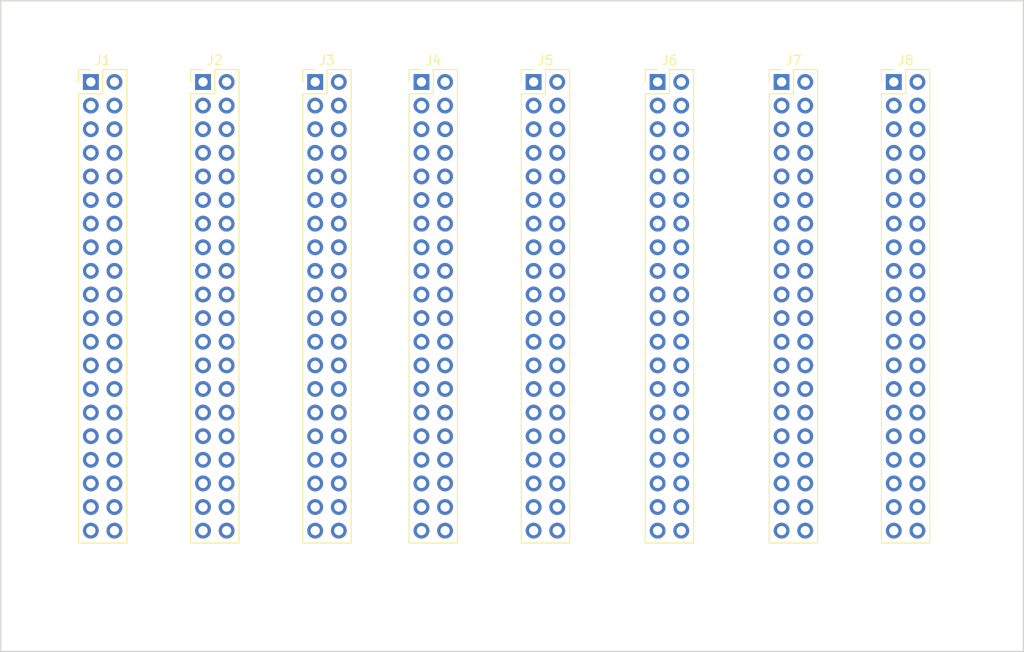
<source format=kicad_pcb>
(kicad_pcb (version 20171130) (host pcbnew "(5.0.1)-3")

  (general
    (thickness 1.6)
    (drawings 4)
    (tracks 0)
    (zones 0)
    (modules 8)
    (nets 41)
  )

  (page A4)
  (layers
    (0 F.Cu signal)
    (31 B.Cu signal)
    (32 B.Adhes user)
    (33 F.Adhes user)
    (34 B.Paste user)
    (35 F.Paste user)
    (36 B.SilkS user)
    (37 F.SilkS user)
    (38 B.Mask user)
    (39 F.Mask user)
    (40 Dwgs.User user)
    (41 Cmts.User user)
    (42 Eco1.User user)
    (43 Eco2.User user)
    (44 Edge.Cuts user)
    (45 Margin user)
    (46 B.CrtYd user)
    (47 F.CrtYd user)
    (48 B.Fab user)
    (49 F.Fab user)
  )

  (setup
    (last_trace_width 0.25)
    (trace_clearance 0.2)
    (zone_clearance 0.508)
    (zone_45_only no)
    (trace_min 0.2)
    (segment_width 0.2)
    (edge_width 0.15)
    (via_size 0.8)
    (via_drill 0.4)
    (via_min_size 0.4)
    (via_min_drill 0.3)
    (uvia_size 0.3)
    (uvia_drill 0.1)
    (uvias_allowed no)
    (uvia_min_size 0.2)
    (uvia_min_drill 0.1)
    (pcb_text_width 0.3)
    (pcb_text_size 1.5 1.5)
    (mod_edge_width 0.15)
    (mod_text_size 1 1)
    (mod_text_width 0.15)
    (pad_size 1.524 1.524)
    (pad_drill 0.762)
    (pad_to_mask_clearance 0.051)
    (solder_mask_min_width 0.25)
    (aux_axis_origin 0 0)
    (visible_elements FFFFFF7F)
    (pcbplotparams
      (layerselection 0x010fc_ffffffff)
      (usegerberextensions false)
      (usegerberattributes false)
      (usegerberadvancedattributes false)
      (creategerberjobfile false)
      (excludeedgelayer true)
      (linewidth 0.100000)
      (plotframeref false)
      (viasonmask false)
      (mode 1)
      (useauxorigin false)
      (hpglpennumber 1)
      (hpglpenspeed 20)
      (hpglpendiameter 15.000000)
      (psnegative false)
      (psa4output false)
      (plotreference true)
      (plotvalue true)
      (plotinvisibletext false)
      (padsonsilk false)
      (subtractmaskfromsilk false)
      (outputformat 1)
      (mirror false)
      (drillshape 1)
      (scaleselection 1)
      (outputdirectory ""))
  )

  (net 0 "")
  (net 1 39)
  (net 2 19)
  (net 3 38)
  (net 4 18)
  (net 5 37)
  (net 6 17)
  (net 7 36)
  (net 8 16)
  (net 9 35)
  (net 10 15)
  (net 11 34)
  (net 12 14)
  (net 13 33)
  (net 14 13)
  (net 15 32)
  (net 16 12)
  (net 17 31)
  (net 18 11)
  (net 19 30)
  (net 20 10)
  (net 21 29)
  (net 22 9)
  (net 23 28)
  (net 24 8)
  (net 25 27)
  (net 26 7)
  (net 27 26)
  (net 28 6)
  (net 29 25)
  (net 30 5)
  (net 31 24)
  (net 32 4)
  (net 33 23)
  (net 34 3)
  (net 35 22)
  (net 36 2)
  (net 37 21)
  (net 38 1)
  (net 39 20)
  (net 40 40)

  (net_class Default "This is the default net class."
    (clearance 0.2)
    (trace_width 0.25)
    (via_dia 0.8)
    (via_drill 0.4)
    (uvia_dia 0.3)
    (uvia_drill 0.1)
    (add_net 1)
    (add_net 10)
    (add_net 11)
    (add_net 12)
    (add_net 13)
    (add_net 14)
    (add_net 15)
    (add_net 16)
    (add_net 17)
    (add_net 18)
    (add_net 19)
    (add_net 2)
    (add_net 20)
    (add_net 21)
    (add_net 22)
    (add_net 23)
    (add_net 24)
    (add_net 25)
    (add_net 26)
    (add_net 27)
    (add_net 28)
    (add_net 29)
    (add_net 3)
    (add_net 30)
    (add_net 31)
    (add_net 32)
    (add_net 33)
    (add_net 34)
    (add_net 35)
    (add_net 36)
    (add_net 37)
    (add_net 38)
    (add_net 39)
    (add_net 4)
    (add_net 40)
    (add_net 5)
    (add_net 6)
    (add_net 7)
    (add_net 8)
    (add_net 9)
  )

  (module Pin_Headers:Pin_Header_Straight_2x20_Pitch2.54mm (layer F.Cu) (tedit 59650533) (tstamp 5D164B1F)
    (at 99.695 78.74)
    (descr "Through hole straight pin header, 2x20, 2.54mm pitch, double rows")
    (tags "Through hole pin header THT 2x20 2.54mm double row")
    (path /5D16376B)
    (fp_text reference J1 (at 1.27 -2.33) (layer F.SilkS)
      (effects (font (size 1 1) (thickness 0.15)))
    )
    (fp_text value Conn_02x20_Odd_Even (at 1.27 50.59) (layer F.Fab)
      (effects (font (size 1 1) (thickness 0.15)))
    )
    (fp_text user %R (at 1.27 24.13 90) (layer F.Fab)
      (effects (font (size 1 1) (thickness 0.15)))
    )
    (fp_line (start 4.35 -1.8) (end -1.8 -1.8) (layer F.CrtYd) (width 0.05))
    (fp_line (start 4.35 50.05) (end 4.35 -1.8) (layer F.CrtYd) (width 0.05))
    (fp_line (start -1.8 50.05) (end 4.35 50.05) (layer F.CrtYd) (width 0.05))
    (fp_line (start -1.8 -1.8) (end -1.8 50.05) (layer F.CrtYd) (width 0.05))
    (fp_line (start -1.33 -1.33) (end 0 -1.33) (layer F.SilkS) (width 0.12))
    (fp_line (start -1.33 0) (end -1.33 -1.33) (layer F.SilkS) (width 0.12))
    (fp_line (start 1.27 -1.33) (end 3.87 -1.33) (layer F.SilkS) (width 0.12))
    (fp_line (start 1.27 1.27) (end 1.27 -1.33) (layer F.SilkS) (width 0.12))
    (fp_line (start -1.33 1.27) (end 1.27 1.27) (layer F.SilkS) (width 0.12))
    (fp_line (start 3.87 -1.33) (end 3.87 49.59) (layer F.SilkS) (width 0.12))
    (fp_line (start -1.33 1.27) (end -1.33 49.59) (layer F.SilkS) (width 0.12))
    (fp_line (start -1.33 49.59) (end 3.87 49.59) (layer F.SilkS) (width 0.12))
    (fp_line (start -1.27 0) (end 0 -1.27) (layer F.Fab) (width 0.1))
    (fp_line (start -1.27 49.53) (end -1.27 0) (layer F.Fab) (width 0.1))
    (fp_line (start 3.81 49.53) (end -1.27 49.53) (layer F.Fab) (width 0.1))
    (fp_line (start 3.81 -1.27) (end 3.81 49.53) (layer F.Fab) (width 0.1))
    (fp_line (start 0 -1.27) (end 3.81 -1.27) (layer F.Fab) (width 0.1))
    (pad 40 thru_hole oval (at 2.54 48.26) (size 1.7 1.7) (drill 1) (layers *.Cu *.Mask)
      (net 1 39))
    (pad 39 thru_hole oval (at 0 48.26) (size 1.7 1.7) (drill 1) (layers *.Cu *.Mask)
      (net 2 19))
    (pad 38 thru_hole oval (at 2.54 45.72) (size 1.7 1.7) (drill 1) (layers *.Cu *.Mask)
      (net 3 38))
    (pad 37 thru_hole oval (at 0 45.72) (size 1.7 1.7) (drill 1) (layers *.Cu *.Mask)
      (net 4 18))
    (pad 36 thru_hole oval (at 2.54 43.18) (size 1.7 1.7) (drill 1) (layers *.Cu *.Mask)
      (net 5 37))
    (pad 35 thru_hole oval (at 0 43.18) (size 1.7 1.7) (drill 1) (layers *.Cu *.Mask)
      (net 6 17))
    (pad 34 thru_hole oval (at 2.54 40.64) (size 1.7 1.7) (drill 1) (layers *.Cu *.Mask)
      (net 7 36))
    (pad 33 thru_hole oval (at 0 40.64) (size 1.7 1.7) (drill 1) (layers *.Cu *.Mask)
      (net 8 16))
    (pad 32 thru_hole oval (at 2.54 38.1) (size 1.7 1.7) (drill 1) (layers *.Cu *.Mask)
      (net 9 35))
    (pad 31 thru_hole oval (at 0 38.1) (size 1.7 1.7) (drill 1) (layers *.Cu *.Mask)
      (net 10 15))
    (pad 30 thru_hole oval (at 2.54 35.56) (size 1.7 1.7) (drill 1) (layers *.Cu *.Mask)
      (net 11 34))
    (pad 29 thru_hole oval (at 0 35.56) (size 1.7 1.7) (drill 1) (layers *.Cu *.Mask)
      (net 12 14))
    (pad 28 thru_hole oval (at 2.54 33.02) (size 1.7 1.7) (drill 1) (layers *.Cu *.Mask)
      (net 13 33))
    (pad 27 thru_hole oval (at 0 33.02) (size 1.7 1.7) (drill 1) (layers *.Cu *.Mask)
      (net 14 13))
    (pad 26 thru_hole oval (at 2.54 30.48) (size 1.7 1.7) (drill 1) (layers *.Cu *.Mask)
      (net 15 32))
    (pad 25 thru_hole oval (at 0 30.48) (size 1.7 1.7) (drill 1) (layers *.Cu *.Mask)
      (net 16 12))
    (pad 24 thru_hole oval (at 2.54 27.94) (size 1.7 1.7) (drill 1) (layers *.Cu *.Mask)
      (net 17 31))
    (pad 23 thru_hole oval (at 0 27.94) (size 1.7 1.7) (drill 1) (layers *.Cu *.Mask)
      (net 18 11))
    (pad 22 thru_hole oval (at 2.54 25.4) (size 1.7 1.7) (drill 1) (layers *.Cu *.Mask)
      (net 19 30))
    (pad 21 thru_hole oval (at 0 25.4) (size 1.7 1.7) (drill 1) (layers *.Cu *.Mask)
      (net 20 10))
    (pad 20 thru_hole oval (at 2.54 22.86) (size 1.7 1.7) (drill 1) (layers *.Cu *.Mask)
      (net 21 29))
    (pad 19 thru_hole oval (at 0 22.86) (size 1.7 1.7) (drill 1) (layers *.Cu *.Mask)
      (net 22 9))
    (pad 18 thru_hole oval (at 2.54 20.32) (size 1.7 1.7) (drill 1) (layers *.Cu *.Mask)
      (net 23 28))
    (pad 17 thru_hole oval (at 0 20.32) (size 1.7 1.7) (drill 1) (layers *.Cu *.Mask)
      (net 24 8))
    (pad 16 thru_hole oval (at 2.54 17.78) (size 1.7 1.7) (drill 1) (layers *.Cu *.Mask)
      (net 25 27))
    (pad 15 thru_hole oval (at 0 17.78) (size 1.7 1.7) (drill 1) (layers *.Cu *.Mask)
      (net 26 7))
    (pad 14 thru_hole oval (at 2.54 15.24) (size 1.7 1.7) (drill 1) (layers *.Cu *.Mask)
      (net 27 26))
    (pad 13 thru_hole oval (at 0 15.24) (size 1.7 1.7) (drill 1) (layers *.Cu *.Mask)
      (net 28 6))
    (pad 12 thru_hole oval (at 2.54 12.7) (size 1.7 1.7) (drill 1) (layers *.Cu *.Mask)
      (net 29 25))
    (pad 11 thru_hole oval (at 0 12.7) (size 1.7 1.7) (drill 1) (layers *.Cu *.Mask)
      (net 30 5))
    (pad 10 thru_hole oval (at 2.54 10.16) (size 1.7 1.7) (drill 1) (layers *.Cu *.Mask)
      (net 31 24))
    (pad 9 thru_hole oval (at 0 10.16) (size 1.7 1.7) (drill 1) (layers *.Cu *.Mask)
      (net 32 4))
    (pad 8 thru_hole oval (at 2.54 7.62) (size 1.7 1.7) (drill 1) (layers *.Cu *.Mask)
      (net 33 23))
    (pad 7 thru_hole oval (at 0 7.62) (size 1.7 1.7) (drill 1) (layers *.Cu *.Mask)
      (net 34 3))
    (pad 6 thru_hole oval (at 2.54 5.08) (size 1.7 1.7) (drill 1) (layers *.Cu *.Mask)
      (net 35 22))
    (pad 5 thru_hole oval (at 0 5.08) (size 1.7 1.7) (drill 1) (layers *.Cu *.Mask)
      (net 36 2))
    (pad 4 thru_hole oval (at 2.54 2.54) (size 1.7 1.7) (drill 1) (layers *.Cu *.Mask)
      (net 37 21))
    (pad 3 thru_hole oval (at 0 2.54) (size 1.7 1.7) (drill 1) (layers *.Cu *.Mask)
      (net 38 1))
    (pad 2 thru_hole oval (at 2.54 0) (size 1.7 1.7) (drill 1) (layers *.Cu *.Mask)
      (net 39 20))
    (pad 1 thru_hole rect (at 0 0) (size 1.7 1.7) (drill 1) (layers *.Cu *.Mask)
      (net 40 40))
    (model ${KISYS3DMOD}/Pin_Headers.3dshapes/Pin_Header_Straight_2x20_Pitch2.54mm.wrl
      (at (xyz 0 0 0))
      (scale (xyz 1 1 1))
      (rotate (xyz 0 0 0))
    )
  )

  (module Pin_Headers:Pin_Header_Straight_2x20_Pitch2.54mm (layer F.Cu) (tedit 59650533) (tstamp 5D163DD2)
    (at 111.76 78.74)
    (descr "Through hole straight pin header, 2x20, 2.54mm pitch, double rows")
    (tags "Through hole pin header THT 2x20 2.54mm double row")
    (path /5D163D65)
    (fp_text reference J2 (at 1.27 -2.33) (layer F.SilkS)
      (effects (font (size 1 1) (thickness 0.15)))
    )
    (fp_text value Conn_02x20_Odd_Even (at 1.27 50.59) (layer F.Fab)
      (effects (font (size 1 1) (thickness 0.15)))
    )
    (fp_text user %R (at 1.27 24.13 90) (layer F.Fab)
      (effects (font (size 1 1) (thickness 0.15)))
    )
    (fp_line (start 4.35 -1.8) (end -1.8 -1.8) (layer F.CrtYd) (width 0.05))
    (fp_line (start 4.35 50.05) (end 4.35 -1.8) (layer F.CrtYd) (width 0.05))
    (fp_line (start -1.8 50.05) (end 4.35 50.05) (layer F.CrtYd) (width 0.05))
    (fp_line (start -1.8 -1.8) (end -1.8 50.05) (layer F.CrtYd) (width 0.05))
    (fp_line (start -1.33 -1.33) (end 0 -1.33) (layer F.SilkS) (width 0.12))
    (fp_line (start -1.33 0) (end -1.33 -1.33) (layer F.SilkS) (width 0.12))
    (fp_line (start 1.27 -1.33) (end 3.87 -1.33) (layer F.SilkS) (width 0.12))
    (fp_line (start 1.27 1.27) (end 1.27 -1.33) (layer F.SilkS) (width 0.12))
    (fp_line (start -1.33 1.27) (end 1.27 1.27) (layer F.SilkS) (width 0.12))
    (fp_line (start 3.87 -1.33) (end 3.87 49.59) (layer F.SilkS) (width 0.12))
    (fp_line (start -1.33 1.27) (end -1.33 49.59) (layer F.SilkS) (width 0.12))
    (fp_line (start -1.33 49.59) (end 3.87 49.59) (layer F.SilkS) (width 0.12))
    (fp_line (start -1.27 0) (end 0 -1.27) (layer F.Fab) (width 0.1))
    (fp_line (start -1.27 49.53) (end -1.27 0) (layer F.Fab) (width 0.1))
    (fp_line (start 3.81 49.53) (end -1.27 49.53) (layer F.Fab) (width 0.1))
    (fp_line (start 3.81 -1.27) (end 3.81 49.53) (layer F.Fab) (width 0.1))
    (fp_line (start 0 -1.27) (end 3.81 -1.27) (layer F.Fab) (width 0.1))
    (pad 40 thru_hole oval (at 2.54 48.26) (size 1.7 1.7) (drill 1) (layers *.Cu *.Mask)
      (net 1 39))
    (pad 39 thru_hole oval (at 0 48.26) (size 1.7 1.7) (drill 1) (layers *.Cu *.Mask)
      (net 2 19))
    (pad 38 thru_hole oval (at 2.54 45.72) (size 1.7 1.7) (drill 1) (layers *.Cu *.Mask)
      (net 3 38))
    (pad 37 thru_hole oval (at 0 45.72) (size 1.7 1.7) (drill 1) (layers *.Cu *.Mask)
      (net 4 18))
    (pad 36 thru_hole oval (at 2.54 43.18) (size 1.7 1.7) (drill 1) (layers *.Cu *.Mask)
      (net 5 37))
    (pad 35 thru_hole oval (at 0 43.18) (size 1.7 1.7) (drill 1) (layers *.Cu *.Mask)
      (net 6 17))
    (pad 34 thru_hole oval (at 2.54 40.64) (size 1.7 1.7) (drill 1) (layers *.Cu *.Mask)
      (net 7 36))
    (pad 33 thru_hole oval (at 0 40.64) (size 1.7 1.7) (drill 1) (layers *.Cu *.Mask)
      (net 8 16))
    (pad 32 thru_hole oval (at 2.54 38.1) (size 1.7 1.7) (drill 1) (layers *.Cu *.Mask)
      (net 9 35))
    (pad 31 thru_hole oval (at 0 38.1) (size 1.7 1.7) (drill 1) (layers *.Cu *.Mask)
      (net 10 15))
    (pad 30 thru_hole oval (at 2.54 35.56) (size 1.7 1.7) (drill 1) (layers *.Cu *.Mask)
      (net 11 34))
    (pad 29 thru_hole oval (at 0 35.56) (size 1.7 1.7) (drill 1) (layers *.Cu *.Mask)
      (net 12 14))
    (pad 28 thru_hole oval (at 2.54 33.02) (size 1.7 1.7) (drill 1) (layers *.Cu *.Mask)
      (net 13 33))
    (pad 27 thru_hole oval (at 0 33.02) (size 1.7 1.7) (drill 1) (layers *.Cu *.Mask)
      (net 14 13))
    (pad 26 thru_hole oval (at 2.54 30.48) (size 1.7 1.7) (drill 1) (layers *.Cu *.Mask)
      (net 15 32))
    (pad 25 thru_hole oval (at 0 30.48) (size 1.7 1.7) (drill 1) (layers *.Cu *.Mask)
      (net 16 12))
    (pad 24 thru_hole oval (at 2.54 27.94) (size 1.7 1.7) (drill 1) (layers *.Cu *.Mask)
      (net 17 31))
    (pad 23 thru_hole oval (at 0 27.94) (size 1.7 1.7) (drill 1) (layers *.Cu *.Mask)
      (net 18 11))
    (pad 22 thru_hole oval (at 2.54 25.4) (size 1.7 1.7) (drill 1) (layers *.Cu *.Mask)
      (net 19 30))
    (pad 21 thru_hole oval (at 0 25.4) (size 1.7 1.7) (drill 1) (layers *.Cu *.Mask)
      (net 20 10))
    (pad 20 thru_hole oval (at 2.54 22.86) (size 1.7 1.7) (drill 1) (layers *.Cu *.Mask)
      (net 21 29))
    (pad 19 thru_hole oval (at 0 22.86) (size 1.7 1.7) (drill 1) (layers *.Cu *.Mask)
      (net 22 9))
    (pad 18 thru_hole oval (at 2.54 20.32) (size 1.7 1.7) (drill 1) (layers *.Cu *.Mask)
      (net 23 28))
    (pad 17 thru_hole oval (at 0 20.32) (size 1.7 1.7) (drill 1) (layers *.Cu *.Mask)
      (net 24 8))
    (pad 16 thru_hole oval (at 2.54 17.78) (size 1.7 1.7) (drill 1) (layers *.Cu *.Mask)
      (net 25 27))
    (pad 15 thru_hole oval (at 0 17.78) (size 1.7 1.7) (drill 1) (layers *.Cu *.Mask)
      (net 26 7))
    (pad 14 thru_hole oval (at 2.54 15.24) (size 1.7 1.7) (drill 1) (layers *.Cu *.Mask)
      (net 27 26))
    (pad 13 thru_hole oval (at 0 15.24) (size 1.7 1.7) (drill 1) (layers *.Cu *.Mask)
      (net 28 6))
    (pad 12 thru_hole oval (at 2.54 12.7) (size 1.7 1.7) (drill 1) (layers *.Cu *.Mask)
      (net 29 25))
    (pad 11 thru_hole oval (at 0 12.7) (size 1.7 1.7) (drill 1) (layers *.Cu *.Mask)
      (net 30 5))
    (pad 10 thru_hole oval (at 2.54 10.16) (size 1.7 1.7) (drill 1) (layers *.Cu *.Mask)
      (net 31 24))
    (pad 9 thru_hole oval (at 0 10.16) (size 1.7 1.7) (drill 1) (layers *.Cu *.Mask)
      (net 32 4))
    (pad 8 thru_hole oval (at 2.54 7.62) (size 1.7 1.7) (drill 1) (layers *.Cu *.Mask)
      (net 33 23))
    (pad 7 thru_hole oval (at 0 7.62) (size 1.7 1.7) (drill 1) (layers *.Cu *.Mask)
      (net 34 3))
    (pad 6 thru_hole oval (at 2.54 5.08) (size 1.7 1.7) (drill 1) (layers *.Cu *.Mask)
      (net 35 22))
    (pad 5 thru_hole oval (at 0 5.08) (size 1.7 1.7) (drill 1) (layers *.Cu *.Mask)
      (net 36 2))
    (pad 4 thru_hole oval (at 2.54 2.54) (size 1.7 1.7) (drill 1) (layers *.Cu *.Mask)
      (net 37 21))
    (pad 3 thru_hole oval (at 0 2.54) (size 1.7 1.7) (drill 1) (layers *.Cu *.Mask)
      (net 38 1))
    (pad 2 thru_hole oval (at 2.54 0) (size 1.7 1.7) (drill 1) (layers *.Cu *.Mask)
      (net 39 20))
    (pad 1 thru_hole rect (at 0 0) (size 1.7 1.7) (drill 1) (layers *.Cu *.Mask)
      (net 40 40))
    (model ${KISYS3DMOD}/Pin_Headers.3dshapes/Pin_Header_Straight_2x20_Pitch2.54mm.wrl
      (at (xyz 0 0 0))
      (scale (xyz 1 1 1))
      (rotate (xyz 0 0 0))
    )
  )

  (module Pin_Headers:Pin_Header_Straight_2x20_Pitch2.54mm (layer F.Cu) (tedit 59650533) (tstamp 5D163E10)
    (at 123.825 78.74)
    (descr "Through hole straight pin header, 2x20, 2.54mm pitch, double rows")
    (tags "Through hole pin header THT 2x20 2.54mm double row")
    (path /5D163C59)
    (fp_text reference J3 (at 1.27 -2.33) (layer F.SilkS)
      (effects (font (size 1 1) (thickness 0.15)))
    )
    (fp_text value Conn_02x20_Odd_Even (at 1.27 50.59) (layer F.Fab)
      (effects (font (size 1 1) (thickness 0.15)))
    )
    (fp_line (start 0 -1.27) (end 3.81 -1.27) (layer F.Fab) (width 0.1))
    (fp_line (start 3.81 -1.27) (end 3.81 49.53) (layer F.Fab) (width 0.1))
    (fp_line (start 3.81 49.53) (end -1.27 49.53) (layer F.Fab) (width 0.1))
    (fp_line (start -1.27 49.53) (end -1.27 0) (layer F.Fab) (width 0.1))
    (fp_line (start -1.27 0) (end 0 -1.27) (layer F.Fab) (width 0.1))
    (fp_line (start -1.33 49.59) (end 3.87 49.59) (layer F.SilkS) (width 0.12))
    (fp_line (start -1.33 1.27) (end -1.33 49.59) (layer F.SilkS) (width 0.12))
    (fp_line (start 3.87 -1.33) (end 3.87 49.59) (layer F.SilkS) (width 0.12))
    (fp_line (start -1.33 1.27) (end 1.27 1.27) (layer F.SilkS) (width 0.12))
    (fp_line (start 1.27 1.27) (end 1.27 -1.33) (layer F.SilkS) (width 0.12))
    (fp_line (start 1.27 -1.33) (end 3.87 -1.33) (layer F.SilkS) (width 0.12))
    (fp_line (start -1.33 0) (end -1.33 -1.33) (layer F.SilkS) (width 0.12))
    (fp_line (start -1.33 -1.33) (end 0 -1.33) (layer F.SilkS) (width 0.12))
    (fp_line (start -1.8 -1.8) (end -1.8 50.05) (layer F.CrtYd) (width 0.05))
    (fp_line (start -1.8 50.05) (end 4.35 50.05) (layer F.CrtYd) (width 0.05))
    (fp_line (start 4.35 50.05) (end 4.35 -1.8) (layer F.CrtYd) (width 0.05))
    (fp_line (start 4.35 -1.8) (end -1.8 -1.8) (layer F.CrtYd) (width 0.05))
    (fp_text user %R (at 1.27 24.13 90) (layer F.Fab)
      (effects (font (size 1 1) (thickness 0.15)))
    )
    (pad 1 thru_hole rect (at 0 0) (size 1.7 1.7) (drill 1) (layers *.Cu *.Mask)
      (net 40 40))
    (pad 2 thru_hole oval (at 2.54 0) (size 1.7 1.7) (drill 1) (layers *.Cu *.Mask)
      (net 39 20))
    (pad 3 thru_hole oval (at 0 2.54) (size 1.7 1.7) (drill 1) (layers *.Cu *.Mask)
      (net 38 1))
    (pad 4 thru_hole oval (at 2.54 2.54) (size 1.7 1.7) (drill 1) (layers *.Cu *.Mask)
      (net 37 21))
    (pad 5 thru_hole oval (at 0 5.08) (size 1.7 1.7) (drill 1) (layers *.Cu *.Mask)
      (net 36 2))
    (pad 6 thru_hole oval (at 2.54 5.08) (size 1.7 1.7) (drill 1) (layers *.Cu *.Mask)
      (net 35 22))
    (pad 7 thru_hole oval (at 0 7.62) (size 1.7 1.7) (drill 1) (layers *.Cu *.Mask)
      (net 34 3))
    (pad 8 thru_hole oval (at 2.54 7.62) (size 1.7 1.7) (drill 1) (layers *.Cu *.Mask)
      (net 33 23))
    (pad 9 thru_hole oval (at 0 10.16) (size 1.7 1.7) (drill 1) (layers *.Cu *.Mask)
      (net 32 4))
    (pad 10 thru_hole oval (at 2.54 10.16) (size 1.7 1.7) (drill 1) (layers *.Cu *.Mask)
      (net 31 24))
    (pad 11 thru_hole oval (at 0 12.7) (size 1.7 1.7) (drill 1) (layers *.Cu *.Mask)
      (net 30 5))
    (pad 12 thru_hole oval (at 2.54 12.7) (size 1.7 1.7) (drill 1) (layers *.Cu *.Mask)
      (net 29 25))
    (pad 13 thru_hole oval (at 0 15.24) (size 1.7 1.7) (drill 1) (layers *.Cu *.Mask)
      (net 28 6))
    (pad 14 thru_hole oval (at 2.54 15.24) (size 1.7 1.7) (drill 1) (layers *.Cu *.Mask)
      (net 27 26))
    (pad 15 thru_hole oval (at 0 17.78) (size 1.7 1.7) (drill 1) (layers *.Cu *.Mask)
      (net 26 7))
    (pad 16 thru_hole oval (at 2.54 17.78) (size 1.7 1.7) (drill 1) (layers *.Cu *.Mask)
      (net 25 27))
    (pad 17 thru_hole oval (at 0 20.32) (size 1.7 1.7) (drill 1) (layers *.Cu *.Mask)
      (net 24 8))
    (pad 18 thru_hole oval (at 2.54 20.32) (size 1.7 1.7) (drill 1) (layers *.Cu *.Mask)
      (net 23 28))
    (pad 19 thru_hole oval (at 0 22.86) (size 1.7 1.7) (drill 1) (layers *.Cu *.Mask)
      (net 22 9))
    (pad 20 thru_hole oval (at 2.54 22.86) (size 1.7 1.7) (drill 1) (layers *.Cu *.Mask)
      (net 21 29))
    (pad 21 thru_hole oval (at 0 25.4) (size 1.7 1.7) (drill 1) (layers *.Cu *.Mask)
      (net 20 10))
    (pad 22 thru_hole oval (at 2.54 25.4) (size 1.7 1.7) (drill 1) (layers *.Cu *.Mask)
      (net 19 30))
    (pad 23 thru_hole oval (at 0 27.94) (size 1.7 1.7) (drill 1) (layers *.Cu *.Mask)
      (net 18 11))
    (pad 24 thru_hole oval (at 2.54 27.94) (size 1.7 1.7) (drill 1) (layers *.Cu *.Mask)
      (net 17 31))
    (pad 25 thru_hole oval (at 0 30.48) (size 1.7 1.7) (drill 1) (layers *.Cu *.Mask)
      (net 16 12))
    (pad 26 thru_hole oval (at 2.54 30.48) (size 1.7 1.7) (drill 1) (layers *.Cu *.Mask)
      (net 15 32))
    (pad 27 thru_hole oval (at 0 33.02) (size 1.7 1.7) (drill 1) (layers *.Cu *.Mask)
      (net 14 13))
    (pad 28 thru_hole oval (at 2.54 33.02) (size 1.7 1.7) (drill 1) (layers *.Cu *.Mask)
      (net 13 33))
    (pad 29 thru_hole oval (at 0 35.56) (size 1.7 1.7) (drill 1) (layers *.Cu *.Mask)
      (net 12 14))
    (pad 30 thru_hole oval (at 2.54 35.56) (size 1.7 1.7) (drill 1) (layers *.Cu *.Mask)
      (net 11 34))
    (pad 31 thru_hole oval (at 0 38.1) (size 1.7 1.7) (drill 1) (layers *.Cu *.Mask)
      (net 10 15))
    (pad 32 thru_hole oval (at 2.54 38.1) (size 1.7 1.7) (drill 1) (layers *.Cu *.Mask)
      (net 9 35))
    (pad 33 thru_hole oval (at 0 40.64) (size 1.7 1.7) (drill 1) (layers *.Cu *.Mask)
      (net 8 16))
    (pad 34 thru_hole oval (at 2.54 40.64) (size 1.7 1.7) (drill 1) (layers *.Cu *.Mask)
      (net 7 36))
    (pad 35 thru_hole oval (at 0 43.18) (size 1.7 1.7) (drill 1) (layers *.Cu *.Mask)
      (net 6 17))
    (pad 36 thru_hole oval (at 2.54 43.18) (size 1.7 1.7) (drill 1) (layers *.Cu *.Mask)
      (net 5 37))
    (pad 37 thru_hole oval (at 0 45.72) (size 1.7 1.7) (drill 1) (layers *.Cu *.Mask)
      (net 4 18))
    (pad 38 thru_hole oval (at 2.54 45.72) (size 1.7 1.7) (drill 1) (layers *.Cu *.Mask)
      (net 3 38))
    (pad 39 thru_hole oval (at 0 48.26) (size 1.7 1.7) (drill 1) (layers *.Cu *.Mask)
      (net 2 19))
    (pad 40 thru_hole oval (at 2.54 48.26) (size 1.7 1.7) (drill 1) (layers *.Cu *.Mask)
      (net 1 39))
    (model ${KISYS3DMOD}/Pin_Headers.3dshapes/Pin_Header_Straight_2x20_Pitch2.54mm.wrl
      (at (xyz 0 0 0))
      (scale (xyz 1 1 1))
      (rotate (xyz 0 0 0))
    )
  )

  (module Pin_Headers:Pin_Header_Straight_2x20_Pitch2.54mm (layer F.Cu) (tedit 59650533) (tstamp 5D163E4E)
    (at 135.255 78.74)
    (descr "Through hole straight pin header, 2x20, 2.54mm pitch, double rows")
    (tags "Through hole pin header THT 2x20 2.54mm double row")
    (path /5D163D9D)
    (fp_text reference J4 (at 1.27 -2.33) (layer F.SilkS)
      (effects (font (size 1 1) (thickness 0.15)))
    )
    (fp_text value Conn_02x20_Odd_Even (at 1.27 50.59) (layer F.Fab)
      (effects (font (size 1 1) (thickness 0.15)))
    )
    (fp_line (start 0 -1.27) (end 3.81 -1.27) (layer F.Fab) (width 0.1))
    (fp_line (start 3.81 -1.27) (end 3.81 49.53) (layer F.Fab) (width 0.1))
    (fp_line (start 3.81 49.53) (end -1.27 49.53) (layer F.Fab) (width 0.1))
    (fp_line (start -1.27 49.53) (end -1.27 0) (layer F.Fab) (width 0.1))
    (fp_line (start -1.27 0) (end 0 -1.27) (layer F.Fab) (width 0.1))
    (fp_line (start -1.33 49.59) (end 3.87 49.59) (layer F.SilkS) (width 0.12))
    (fp_line (start -1.33 1.27) (end -1.33 49.59) (layer F.SilkS) (width 0.12))
    (fp_line (start 3.87 -1.33) (end 3.87 49.59) (layer F.SilkS) (width 0.12))
    (fp_line (start -1.33 1.27) (end 1.27 1.27) (layer F.SilkS) (width 0.12))
    (fp_line (start 1.27 1.27) (end 1.27 -1.33) (layer F.SilkS) (width 0.12))
    (fp_line (start 1.27 -1.33) (end 3.87 -1.33) (layer F.SilkS) (width 0.12))
    (fp_line (start -1.33 0) (end -1.33 -1.33) (layer F.SilkS) (width 0.12))
    (fp_line (start -1.33 -1.33) (end 0 -1.33) (layer F.SilkS) (width 0.12))
    (fp_line (start -1.8 -1.8) (end -1.8 50.05) (layer F.CrtYd) (width 0.05))
    (fp_line (start -1.8 50.05) (end 4.35 50.05) (layer F.CrtYd) (width 0.05))
    (fp_line (start 4.35 50.05) (end 4.35 -1.8) (layer F.CrtYd) (width 0.05))
    (fp_line (start 4.35 -1.8) (end -1.8 -1.8) (layer F.CrtYd) (width 0.05))
    (fp_text user %R (at 1.27 24.13 90) (layer F.Fab)
      (effects (font (size 1 1) (thickness 0.15)))
    )
    (pad 1 thru_hole rect (at 0 0) (size 1.7 1.7) (drill 1) (layers *.Cu *.Mask)
      (net 40 40))
    (pad 2 thru_hole oval (at 2.54 0) (size 1.7 1.7) (drill 1) (layers *.Cu *.Mask)
      (net 39 20))
    (pad 3 thru_hole oval (at 0 2.54) (size 1.7 1.7) (drill 1) (layers *.Cu *.Mask)
      (net 38 1))
    (pad 4 thru_hole oval (at 2.54 2.54) (size 1.7 1.7) (drill 1) (layers *.Cu *.Mask)
      (net 37 21))
    (pad 5 thru_hole oval (at 0 5.08) (size 1.7 1.7) (drill 1) (layers *.Cu *.Mask)
      (net 36 2))
    (pad 6 thru_hole oval (at 2.54 5.08) (size 1.7 1.7) (drill 1) (layers *.Cu *.Mask)
      (net 35 22))
    (pad 7 thru_hole oval (at 0 7.62) (size 1.7 1.7) (drill 1) (layers *.Cu *.Mask)
      (net 34 3))
    (pad 8 thru_hole oval (at 2.54 7.62) (size 1.7 1.7) (drill 1) (layers *.Cu *.Mask)
      (net 33 23))
    (pad 9 thru_hole oval (at 0 10.16) (size 1.7 1.7) (drill 1) (layers *.Cu *.Mask)
      (net 32 4))
    (pad 10 thru_hole oval (at 2.54 10.16) (size 1.7 1.7) (drill 1) (layers *.Cu *.Mask)
      (net 31 24))
    (pad 11 thru_hole oval (at 0 12.7) (size 1.7 1.7) (drill 1) (layers *.Cu *.Mask)
      (net 30 5))
    (pad 12 thru_hole oval (at 2.54 12.7) (size 1.7 1.7) (drill 1) (layers *.Cu *.Mask)
      (net 29 25))
    (pad 13 thru_hole oval (at 0 15.24) (size 1.7 1.7) (drill 1) (layers *.Cu *.Mask)
      (net 28 6))
    (pad 14 thru_hole oval (at 2.54 15.24) (size 1.7 1.7) (drill 1) (layers *.Cu *.Mask)
      (net 27 26))
    (pad 15 thru_hole oval (at 0 17.78) (size 1.7 1.7) (drill 1) (layers *.Cu *.Mask)
      (net 26 7))
    (pad 16 thru_hole oval (at 2.54 17.78) (size 1.7 1.7) (drill 1) (layers *.Cu *.Mask)
      (net 25 27))
    (pad 17 thru_hole oval (at 0 20.32) (size 1.7 1.7) (drill 1) (layers *.Cu *.Mask)
      (net 24 8))
    (pad 18 thru_hole oval (at 2.54 20.32) (size 1.7 1.7) (drill 1) (layers *.Cu *.Mask)
      (net 23 28))
    (pad 19 thru_hole oval (at 0 22.86) (size 1.7 1.7) (drill 1) (layers *.Cu *.Mask)
      (net 22 9))
    (pad 20 thru_hole oval (at 2.54 22.86) (size 1.7 1.7) (drill 1) (layers *.Cu *.Mask)
      (net 21 29))
    (pad 21 thru_hole oval (at 0 25.4) (size 1.7 1.7) (drill 1) (layers *.Cu *.Mask)
      (net 20 10))
    (pad 22 thru_hole oval (at 2.54 25.4) (size 1.7 1.7) (drill 1) (layers *.Cu *.Mask)
      (net 19 30))
    (pad 23 thru_hole oval (at 0 27.94) (size 1.7 1.7) (drill 1) (layers *.Cu *.Mask)
      (net 18 11))
    (pad 24 thru_hole oval (at 2.54 27.94) (size 1.7 1.7) (drill 1) (layers *.Cu *.Mask)
      (net 17 31))
    (pad 25 thru_hole oval (at 0 30.48) (size 1.7 1.7) (drill 1) (layers *.Cu *.Mask)
      (net 16 12))
    (pad 26 thru_hole oval (at 2.54 30.48) (size 1.7 1.7) (drill 1) (layers *.Cu *.Mask)
      (net 15 32))
    (pad 27 thru_hole oval (at 0 33.02) (size 1.7 1.7) (drill 1) (layers *.Cu *.Mask)
      (net 14 13))
    (pad 28 thru_hole oval (at 2.54 33.02) (size 1.7 1.7) (drill 1) (layers *.Cu *.Mask)
      (net 13 33))
    (pad 29 thru_hole oval (at 0 35.56) (size 1.7 1.7) (drill 1) (layers *.Cu *.Mask)
      (net 12 14))
    (pad 30 thru_hole oval (at 2.54 35.56) (size 1.7 1.7) (drill 1) (layers *.Cu *.Mask)
      (net 11 34))
    (pad 31 thru_hole oval (at 0 38.1) (size 1.7 1.7) (drill 1) (layers *.Cu *.Mask)
      (net 10 15))
    (pad 32 thru_hole oval (at 2.54 38.1) (size 1.7 1.7) (drill 1) (layers *.Cu *.Mask)
      (net 9 35))
    (pad 33 thru_hole oval (at 0 40.64) (size 1.7 1.7) (drill 1) (layers *.Cu *.Mask)
      (net 8 16))
    (pad 34 thru_hole oval (at 2.54 40.64) (size 1.7 1.7) (drill 1) (layers *.Cu *.Mask)
      (net 7 36))
    (pad 35 thru_hole oval (at 0 43.18) (size 1.7 1.7) (drill 1) (layers *.Cu *.Mask)
      (net 6 17))
    (pad 36 thru_hole oval (at 2.54 43.18) (size 1.7 1.7) (drill 1) (layers *.Cu *.Mask)
      (net 5 37))
    (pad 37 thru_hole oval (at 0 45.72) (size 1.7 1.7) (drill 1) (layers *.Cu *.Mask)
      (net 4 18))
    (pad 38 thru_hole oval (at 2.54 45.72) (size 1.7 1.7) (drill 1) (layers *.Cu *.Mask)
      (net 3 38))
    (pad 39 thru_hole oval (at 0 48.26) (size 1.7 1.7) (drill 1) (layers *.Cu *.Mask)
      (net 2 19))
    (pad 40 thru_hole oval (at 2.54 48.26) (size 1.7 1.7) (drill 1) (layers *.Cu *.Mask)
      (net 1 39))
    (model ${KISYS3DMOD}/Pin_Headers.3dshapes/Pin_Header_Straight_2x20_Pitch2.54mm.wrl
      (at (xyz 0 0 0))
      (scale (xyz 1 1 1))
      (rotate (xyz 0 0 0))
    )
  )

  (module Pin_Headers:Pin_Header_Straight_2x20_Pitch2.54mm (layer F.Cu) (tedit 59650533) (tstamp 5D163E8C)
    (at 147.32 78.74)
    (descr "Through hole straight pin header, 2x20, 2.54mm pitch, double rows")
    (tags "Through hole pin header THT 2x20 2.54mm double row")
    (path /5D163C92)
    (fp_text reference J5 (at 1.27 -2.33) (layer F.SilkS)
      (effects (font (size 1 1) (thickness 0.15)))
    )
    (fp_text value Conn_02x20_Odd_Even (at 1.27 50.59) (layer F.Fab)
      (effects (font (size 1 1) (thickness 0.15)))
    )
    (fp_text user %R (at 1.27 24.13 90) (layer F.Fab)
      (effects (font (size 1 1) (thickness 0.15)))
    )
    (fp_line (start 4.35 -1.8) (end -1.8 -1.8) (layer F.CrtYd) (width 0.05))
    (fp_line (start 4.35 50.05) (end 4.35 -1.8) (layer F.CrtYd) (width 0.05))
    (fp_line (start -1.8 50.05) (end 4.35 50.05) (layer F.CrtYd) (width 0.05))
    (fp_line (start -1.8 -1.8) (end -1.8 50.05) (layer F.CrtYd) (width 0.05))
    (fp_line (start -1.33 -1.33) (end 0 -1.33) (layer F.SilkS) (width 0.12))
    (fp_line (start -1.33 0) (end -1.33 -1.33) (layer F.SilkS) (width 0.12))
    (fp_line (start 1.27 -1.33) (end 3.87 -1.33) (layer F.SilkS) (width 0.12))
    (fp_line (start 1.27 1.27) (end 1.27 -1.33) (layer F.SilkS) (width 0.12))
    (fp_line (start -1.33 1.27) (end 1.27 1.27) (layer F.SilkS) (width 0.12))
    (fp_line (start 3.87 -1.33) (end 3.87 49.59) (layer F.SilkS) (width 0.12))
    (fp_line (start -1.33 1.27) (end -1.33 49.59) (layer F.SilkS) (width 0.12))
    (fp_line (start -1.33 49.59) (end 3.87 49.59) (layer F.SilkS) (width 0.12))
    (fp_line (start -1.27 0) (end 0 -1.27) (layer F.Fab) (width 0.1))
    (fp_line (start -1.27 49.53) (end -1.27 0) (layer F.Fab) (width 0.1))
    (fp_line (start 3.81 49.53) (end -1.27 49.53) (layer F.Fab) (width 0.1))
    (fp_line (start 3.81 -1.27) (end 3.81 49.53) (layer F.Fab) (width 0.1))
    (fp_line (start 0 -1.27) (end 3.81 -1.27) (layer F.Fab) (width 0.1))
    (pad 40 thru_hole oval (at 2.54 48.26) (size 1.7 1.7) (drill 1) (layers *.Cu *.Mask)
      (net 1 39))
    (pad 39 thru_hole oval (at 0 48.26) (size 1.7 1.7) (drill 1) (layers *.Cu *.Mask)
      (net 2 19))
    (pad 38 thru_hole oval (at 2.54 45.72) (size 1.7 1.7) (drill 1) (layers *.Cu *.Mask)
      (net 3 38))
    (pad 37 thru_hole oval (at 0 45.72) (size 1.7 1.7) (drill 1) (layers *.Cu *.Mask)
      (net 4 18))
    (pad 36 thru_hole oval (at 2.54 43.18) (size 1.7 1.7) (drill 1) (layers *.Cu *.Mask)
      (net 5 37))
    (pad 35 thru_hole oval (at 0 43.18) (size 1.7 1.7) (drill 1) (layers *.Cu *.Mask)
      (net 6 17))
    (pad 34 thru_hole oval (at 2.54 40.64) (size 1.7 1.7) (drill 1) (layers *.Cu *.Mask)
      (net 7 36))
    (pad 33 thru_hole oval (at 0 40.64) (size 1.7 1.7) (drill 1) (layers *.Cu *.Mask)
      (net 8 16))
    (pad 32 thru_hole oval (at 2.54 38.1) (size 1.7 1.7) (drill 1) (layers *.Cu *.Mask)
      (net 9 35))
    (pad 31 thru_hole oval (at 0 38.1) (size 1.7 1.7) (drill 1) (layers *.Cu *.Mask)
      (net 10 15))
    (pad 30 thru_hole oval (at 2.54 35.56) (size 1.7 1.7) (drill 1) (layers *.Cu *.Mask)
      (net 11 34))
    (pad 29 thru_hole oval (at 0 35.56) (size 1.7 1.7) (drill 1) (layers *.Cu *.Mask)
      (net 12 14))
    (pad 28 thru_hole oval (at 2.54 33.02) (size 1.7 1.7) (drill 1) (layers *.Cu *.Mask)
      (net 13 33))
    (pad 27 thru_hole oval (at 0 33.02) (size 1.7 1.7) (drill 1) (layers *.Cu *.Mask)
      (net 14 13))
    (pad 26 thru_hole oval (at 2.54 30.48) (size 1.7 1.7) (drill 1) (layers *.Cu *.Mask)
      (net 15 32))
    (pad 25 thru_hole oval (at 0 30.48) (size 1.7 1.7) (drill 1) (layers *.Cu *.Mask)
      (net 16 12))
    (pad 24 thru_hole oval (at 2.54 27.94) (size 1.7 1.7) (drill 1) (layers *.Cu *.Mask)
      (net 17 31))
    (pad 23 thru_hole oval (at 0 27.94) (size 1.7 1.7) (drill 1) (layers *.Cu *.Mask)
      (net 18 11))
    (pad 22 thru_hole oval (at 2.54 25.4) (size 1.7 1.7) (drill 1) (layers *.Cu *.Mask)
      (net 19 30))
    (pad 21 thru_hole oval (at 0 25.4) (size 1.7 1.7) (drill 1) (layers *.Cu *.Mask)
      (net 20 10))
    (pad 20 thru_hole oval (at 2.54 22.86) (size 1.7 1.7) (drill 1) (layers *.Cu *.Mask)
      (net 21 29))
    (pad 19 thru_hole oval (at 0 22.86) (size 1.7 1.7) (drill 1) (layers *.Cu *.Mask)
      (net 22 9))
    (pad 18 thru_hole oval (at 2.54 20.32) (size 1.7 1.7) (drill 1) (layers *.Cu *.Mask)
      (net 23 28))
    (pad 17 thru_hole oval (at 0 20.32) (size 1.7 1.7) (drill 1) (layers *.Cu *.Mask)
      (net 24 8))
    (pad 16 thru_hole oval (at 2.54 17.78) (size 1.7 1.7) (drill 1) (layers *.Cu *.Mask)
      (net 25 27))
    (pad 15 thru_hole oval (at 0 17.78) (size 1.7 1.7) (drill 1) (layers *.Cu *.Mask)
      (net 26 7))
    (pad 14 thru_hole oval (at 2.54 15.24) (size 1.7 1.7) (drill 1) (layers *.Cu *.Mask)
      (net 27 26))
    (pad 13 thru_hole oval (at 0 15.24) (size 1.7 1.7) (drill 1) (layers *.Cu *.Mask)
      (net 28 6))
    (pad 12 thru_hole oval (at 2.54 12.7) (size 1.7 1.7) (drill 1) (layers *.Cu *.Mask)
      (net 29 25))
    (pad 11 thru_hole oval (at 0 12.7) (size 1.7 1.7) (drill 1) (layers *.Cu *.Mask)
      (net 30 5))
    (pad 10 thru_hole oval (at 2.54 10.16) (size 1.7 1.7) (drill 1) (layers *.Cu *.Mask)
      (net 31 24))
    (pad 9 thru_hole oval (at 0 10.16) (size 1.7 1.7) (drill 1) (layers *.Cu *.Mask)
      (net 32 4))
    (pad 8 thru_hole oval (at 2.54 7.62) (size 1.7 1.7) (drill 1) (layers *.Cu *.Mask)
      (net 33 23))
    (pad 7 thru_hole oval (at 0 7.62) (size 1.7 1.7) (drill 1) (layers *.Cu *.Mask)
      (net 34 3))
    (pad 6 thru_hole oval (at 2.54 5.08) (size 1.7 1.7) (drill 1) (layers *.Cu *.Mask)
      (net 35 22))
    (pad 5 thru_hole oval (at 0 5.08) (size 1.7 1.7) (drill 1) (layers *.Cu *.Mask)
      (net 36 2))
    (pad 4 thru_hole oval (at 2.54 2.54) (size 1.7 1.7) (drill 1) (layers *.Cu *.Mask)
      (net 37 21))
    (pad 3 thru_hole oval (at 0 2.54) (size 1.7 1.7) (drill 1) (layers *.Cu *.Mask)
      (net 38 1))
    (pad 2 thru_hole oval (at 2.54 0) (size 1.7 1.7) (drill 1) (layers *.Cu *.Mask)
      (net 39 20))
    (pad 1 thru_hole rect (at 0 0) (size 1.7 1.7) (drill 1) (layers *.Cu *.Mask)
      (net 40 40))
    (model ${KISYS3DMOD}/Pin_Headers.3dshapes/Pin_Header_Straight_2x20_Pitch2.54mm.wrl
      (at (xyz 0 0 0))
      (scale (xyz 1 1 1))
      (rotate (xyz 0 0 0))
    )
  )

  (module Pin_Headers:Pin_Header_Straight_2x20_Pitch2.54mm (layer F.Cu) (tedit 59650533) (tstamp 5D163ECA)
    (at 160.655 78.74)
    (descr "Through hole straight pin header, 2x20, 2.54mm pitch, double rows")
    (tags "Through hole pin header THT 2x20 2.54mm double row")
    (path /5D163DDA)
    (fp_text reference J6 (at 1.27 -2.33) (layer F.SilkS)
      (effects (font (size 1 1) (thickness 0.15)))
    )
    (fp_text value Conn_02x20_Odd_Even (at 1.27 50.59) (layer F.Fab)
      (effects (font (size 1 1) (thickness 0.15)))
    )
    (fp_text user %R (at 1.27 24.13 90) (layer F.Fab)
      (effects (font (size 1 1) (thickness 0.15)))
    )
    (fp_line (start 4.35 -1.8) (end -1.8 -1.8) (layer F.CrtYd) (width 0.05))
    (fp_line (start 4.35 50.05) (end 4.35 -1.8) (layer F.CrtYd) (width 0.05))
    (fp_line (start -1.8 50.05) (end 4.35 50.05) (layer F.CrtYd) (width 0.05))
    (fp_line (start -1.8 -1.8) (end -1.8 50.05) (layer F.CrtYd) (width 0.05))
    (fp_line (start -1.33 -1.33) (end 0 -1.33) (layer F.SilkS) (width 0.12))
    (fp_line (start -1.33 0) (end -1.33 -1.33) (layer F.SilkS) (width 0.12))
    (fp_line (start 1.27 -1.33) (end 3.87 -1.33) (layer F.SilkS) (width 0.12))
    (fp_line (start 1.27 1.27) (end 1.27 -1.33) (layer F.SilkS) (width 0.12))
    (fp_line (start -1.33 1.27) (end 1.27 1.27) (layer F.SilkS) (width 0.12))
    (fp_line (start 3.87 -1.33) (end 3.87 49.59) (layer F.SilkS) (width 0.12))
    (fp_line (start -1.33 1.27) (end -1.33 49.59) (layer F.SilkS) (width 0.12))
    (fp_line (start -1.33 49.59) (end 3.87 49.59) (layer F.SilkS) (width 0.12))
    (fp_line (start -1.27 0) (end 0 -1.27) (layer F.Fab) (width 0.1))
    (fp_line (start -1.27 49.53) (end -1.27 0) (layer F.Fab) (width 0.1))
    (fp_line (start 3.81 49.53) (end -1.27 49.53) (layer F.Fab) (width 0.1))
    (fp_line (start 3.81 -1.27) (end 3.81 49.53) (layer F.Fab) (width 0.1))
    (fp_line (start 0 -1.27) (end 3.81 -1.27) (layer F.Fab) (width 0.1))
    (pad 40 thru_hole oval (at 2.54 48.26) (size 1.7 1.7) (drill 1) (layers *.Cu *.Mask)
      (net 1 39))
    (pad 39 thru_hole oval (at 0 48.26) (size 1.7 1.7) (drill 1) (layers *.Cu *.Mask)
      (net 2 19))
    (pad 38 thru_hole oval (at 2.54 45.72) (size 1.7 1.7) (drill 1) (layers *.Cu *.Mask)
      (net 3 38))
    (pad 37 thru_hole oval (at 0 45.72) (size 1.7 1.7) (drill 1) (layers *.Cu *.Mask)
      (net 4 18))
    (pad 36 thru_hole oval (at 2.54 43.18) (size 1.7 1.7) (drill 1) (layers *.Cu *.Mask)
      (net 5 37))
    (pad 35 thru_hole oval (at 0 43.18) (size 1.7 1.7) (drill 1) (layers *.Cu *.Mask)
      (net 6 17))
    (pad 34 thru_hole oval (at 2.54 40.64) (size 1.7 1.7) (drill 1) (layers *.Cu *.Mask)
      (net 7 36))
    (pad 33 thru_hole oval (at 0 40.64) (size 1.7 1.7) (drill 1) (layers *.Cu *.Mask)
      (net 8 16))
    (pad 32 thru_hole oval (at 2.54 38.1) (size 1.7 1.7) (drill 1) (layers *.Cu *.Mask)
      (net 9 35))
    (pad 31 thru_hole oval (at 0 38.1) (size 1.7 1.7) (drill 1) (layers *.Cu *.Mask)
      (net 10 15))
    (pad 30 thru_hole oval (at 2.54 35.56) (size 1.7 1.7) (drill 1) (layers *.Cu *.Mask)
      (net 11 34))
    (pad 29 thru_hole oval (at 0 35.56) (size 1.7 1.7) (drill 1) (layers *.Cu *.Mask)
      (net 12 14))
    (pad 28 thru_hole oval (at 2.54 33.02) (size 1.7 1.7) (drill 1) (layers *.Cu *.Mask)
      (net 13 33))
    (pad 27 thru_hole oval (at 0 33.02) (size 1.7 1.7) (drill 1) (layers *.Cu *.Mask)
      (net 14 13))
    (pad 26 thru_hole oval (at 2.54 30.48) (size 1.7 1.7) (drill 1) (layers *.Cu *.Mask)
      (net 15 32))
    (pad 25 thru_hole oval (at 0 30.48) (size 1.7 1.7) (drill 1) (layers *.Cu *.Mask)
      (net 16 12))
    (pad 24 thru_hole oval (at 2.54 27.94) (size 1.7 1.7) (drill 1) (layers *.Cu *.Mask)
      (net 17 31))
    (pad 23 thru_hole oval (at 0 27.94) (size 1.7 1.7) (drill 1) (layers *.Cu *.Mask)
      (net 18 11))
    (pad 22 thru_hole oval (at 2.54 25.4) (size 1.7 1.7) (drill 1) (layers *.Cu *.Mask)
      (net 19 30))
    (pad 21 thru_hole oval (at 0 25.4) (size 1.7 1.7) (drill 1) (layers *.Cu *.Mask)
      (net 20 10))
    (pad 20 thru_hole oval (at 2.54 22.86) (size 1.7 1.7) (drill 1) (layers *.Cu *.Mask)
      (net 21 29))
    (pad 19 thru_hole oval (at 0 22.86) (size 1.7 1.7) (drill 1) (layers *.Cu *.Mask)
      (net 22 9))
    (pad 18 thru_hole oval (at 2.54 20.32) (size 1.7 1.7) (drill 1) (layers *.Cu *.Mask)
      (net 23 28))
    (pad 17 thru_hole oval (at 0 20.32) (size 1.7 1.7) (drill 1) (layers *.Cu *.Mask)
      (net 24 8))
    (pad 16 thru_hole oval (at 2.54 17.78) (size 1.7 1.7) (drill 1) (layers *.Cu *.Mask)
      (net 25 27))
    (pad 15 thru_hole oval (at 0 17.78) (size 1.7 1.7) (drill 1) (layers *.Cu *.Mask)
      (net 26 7))
    (pad 14 thru_hole oval (at 2.54 15.24) (size 1.7 1.7) (drill 1) (layers *.Cu *.Mask)
      (net 27 26))
    (pad 13 thru_hole oval (at 0 15.24) (size 1.7 1.7) (drill 1) (layers *.Cu *.Mask)
      (net 28 6))
    (pad 12 thru_hole oval (at 2.54 12.7) (size 1.7 1.7) (drill 1) (layers *.Cu *.Mask)
      (net 29 25))
    (pad 11 thru_hole oval (at 0 12.7) (size 1.7 1.7) (drill 1) (layers *.Cu *.Mask)
      (net 30 5))
    (pad 10 thru_hole oval (at 2.54 10.16) (size 1.7 1.7) (drill 1) (layers *.Cu *.Mask)
      (net 31 24))
    (pad 9 thru_hole oval (at 0 10.16) (size 1.7 1.7) (drill 1) (layers *.Cu *.Mask)
      (net 32 4))
    (pad 8 thru_hole oval (at 2.54 7.62) (size 1.7 1.7) (drill 1) (layers *.Cu *.Mask)
      (net 33 23))
    (pad 7 thru_hole oval (at 0 7.62) (size 1.7 1.7) (drill 1) (layers *.Cu *.Mask)
      (net 34 3))
    (pad 6 thru_hole oval (at 2.54 5.08) (size 1.7 1.7) (drill 1) (layers *.Cu *.Mask)
      (net 35 22))
    (pad 5 thru_hole oval (at 0 5.08) (size 1.7 1.7) (drill 1) (layers *.Cu *.Mask)
      (net 36 2))
    (pad 4 thru_hole oval (at 2.54 2.54) (size 1.7 1.7) (drill 1) (layers *.Cu *.Mask)
      (net 37 21))
    (pad 3 thru_hole oval (at 0 2.54) (size 1.7 1.7) (drill 1) (layers *.Cu *.Mask)
      (net 38 1))
    (pad 2 thru_hole oval (at 2.54 0) (size 1.7 1.7) (drill 1) (layers *.Cu *.Mask)
      (net 39 20))
    (pad 1 thru_hole rect (at 0 0) (size 1.7 1.7) (drill 1) (layers *.Cu *.Mask)
      (net 40 40))
    (model ${KISYS3DMOD}/Pin_Headers.3dshapes/Pin_Header_Straight_2x20_Pitch2.54mm.wrl
      (at (xyz 0 0 0))
      (scale (xyz 1 1 1))
      (rotate (xyz 0 0 0))
    )
  )

  (module Pin_Headers:Pin_Header_Straight_2x20_Pitch2.54mm (layer F.Cu) (tedit 59650533) (tstamp 5D163F08)
    (at 173.99 78.74)
    (descr "Through hole straight pin header, 2x20, 2.54mm pitch, double rows")
    (tags "Through hole pin header THT 2x20 2.54mm double row")
    (path /5D163E2F)
    (fp_text reference J7 (at 1.27 -2.33) (layer F.SilkS)
      (effects (font (size 1 1) (thickness 0.15)))
    )
    (fp_text value Conn_02x20_Odd_Even (at 1.27 50.59) (layer F.Fab)
      (effects (font (size 1 1) (thickness 0.15)))
    )
    (fp_line (start 0 -1.27) (end 3.81 -1.27) (layer F.Fab) (width 0.1))
    (fp_line (start 3.81 -1.27) (end 3.81 49.53) (layer F.Fab) (width 0.1))
    (fp_line (start 3.81 49.53) (end -1.27 49.53) (layer F.Fab) (width 0.1))
    (fp_line (start -1.27 49.53) (end -1.27 0) (layer F.Fab) (width 0.1))
    (fp_line (start -1.27 0) (end 0 -1.27) (layer F.Fab) (width 0.1))
    (fp_line (start -1.33 49.59) (end 3.87 49.59) (layer F.SilkS) (width 0.12))
    (fp_line (start -1.33 1.27) (end -1.33 49.59) (layer F.SilkS) (width 0.12))
    (fp_line (start 3.87 -1.33) (end 3.87 49.59) (layer F.SilkS) (width 0.12))
    (fp_line (start -1.33 1.27) (end 1.27 1.27) (layer F.SilkS) (width 0.12))
    (fp_line (start 1.27 1.27) (end 1.27 -1.33) (layer F.SilkS) (width 0.12))
    (fp_line (start 1.27 -1.33) (end 3.87 -1.33) (layer F.SilkS) (width 0.12))
    (fp_line (start -1.33 0) (end -1.33 -1.33) (layer F.SilkS) (width 0.12))
    (fp_line (start -1.33 -1.33) (end 0 -1.33) (layer F.SilkS) (width 0.12))
    (fp_line (start -1.8 -1.8) (end -1.8 50.05) (layer F.CrtYd) (width 0.05))
    (fp_line (start -1.8 50.05) (end 4.35 50.05) (layer F.CrtYd) (width 0.05))
    (fp_line (start 4.35 50.05) (end 4.35 -1.8) (layer F.CrtYd) (width 0.05))
    (fp_line (start 4.35 -1.8) (end -1.8 -1.8) (layer F.CrtYd) (width 0.05))
    (fp_text user %R (at 1.27 24.13 90) (layer F.Fab)
      (effects (font (size 1 1) (thickness 0.15)))
    )
    (pad 1 thru_hole rect (at 0 0) (size 1.7 1.7) (drill 1) (layers *.Cu *.Mask)
      (net 40 40))
    (pad 2 thru_hole oval (at 2.54 0) (size 1.7 1.7) (drill 1) (layers *.Cu *.Mask)
      (net 39 20))
    (pad 3 thru_hole oval (at 0 2.54) (size 1.7 1.7) (drill 1) (layers *.Cu *.Mask)
      (net 38 1))
    (pad 4 thru_hole oval (at 2.54 2.54) (size 1.7 1.7) (drill 1) (layers *.Cu *.Mask)
      (net 37 21))
    (pad 5 thru_hole oval (at 0 5.08) (size 1.7 1.7) (drill 1) (layers *.Cu *.Mask)
      (net 36 2))
    (pad 6 thru_hole oval (at 2.54 5.08) (size 1.7 1.7) (drill 1) (layers *.Cu *.Mask)
      (net 35 22))
    (pad 7 thru_hole oval (at 0 7.62) (size 1.7 1.7) (drill 1) (layers *.Cu *.Mask)
      (net 34 3))
    (pad 8 thru_hole oval (at 2.54 7.62) (size 1.7 1.7) (drill 1) (layers *.Cu *.Mask)
      (net 33 23))
    (pad 9 thru_hole oval (at 0 10.16) (size 1.7 1.7) (drill 1) (layers *.Cu *.Mask)
      (net 32 4))
    (pad 10 thru_hole oval (at 2.54 10.16) (size 1.7 1.7) (drill 1) (layers *.Cu *.Mask)
      (net 31 24))
    (pad 11 thru_hole oval (at 0 12.7) (size 1.7 1.7) (drill 1) (layers *.Cu *.Mask)
      (net 30 5))
    (pad 12 thru_hole oval (at 2.54 12.7) (size 1.7 1.7) (drill 1) (layers *.Cu *.Mask)
      (net 29 25))
    (pad 13 thru_hole oval (at 0 15.24) (size 1.7 1.7) (drill 1) (layers *.Cu *.Mask)
      (net 28 6))
    (pad 14 thru_hole oval (at 2.54 15.24) (size 1.7 1.7) (drill 1) (layers *.Cu *.Mask)
      (net 27 26))
    (pad 15 thru_hole oval (at 0 17.78) (size 1.7 1.7) (drill 1) (layers *.Cu *.Mask)
      (net 26 7))
    (pad 16 thru_hole oval (at 2.54 17.78) (size 1.7 1.7) (drill 1) (layers *.Cu *.Mask)
      (net 25 27))
    (pad 17 thru_hole oval (at 0 20.32) (size 1.7 1.7) (drill 1) (layers *.Cu *.Mask)
      (net 24 8))
    (pad 18 thru_hole oval (at 2.54 20.32) (size 1.7 1.7) (drill 1) (layers *.Cu *.Mask)
      (net 23 28))
    (pad 19 thru_hole oval (at 0 22.86) (size 1.7 1.7) (drill 1) (layers *.Cu *.Mask)
      (net 22 9))
    (pad 20 thru_hole oval (at 2.54 22.86) (size 1.7 1.7) (drill 1) (layers *.Cu *.Mask)
      (net 21 29))
    (pad 21 thru_hole oval (at 0 25.4) (size 1.7 1.7) (drill 1) (layers *.Cu *.Mask)
      (net 20 10))
    (pad 22 thru_hole oval (at 2.54 25.4) (size 1.7 1.7) (drill 1) (layers *.Cu *.Mask)
      (net 19 30))
    (pad 23 thru_hole oval (at 0 27.94) (size 1.7 1.7) (drill 1) (layers *.Cu *.Mask)
      (net 18 11))
    (pad 24 thru_hole oval (at 2.54 27.94) (size 1.7 1.7) (drill 1) (layers *.Cu *.Mask)
      (net 17 31))
    (pad 25 thru_hole oval (at 0 30.48) (size 1.7 1.7) (drill 1) (layers *.Cu *.Mask)
      (net 16 12))
    (pad 26 thru_hole oval (at 2.54 30.48) (size 1.7 1.7) (drill 1) (layers *.Cu *.Mask)
      (net 15 32))
    (pad 27 thru_hole oval (at 0 33.02) (size 1.7 1.7) (drill 1) (layers *.Cu *.Mask)
      (net 14 13))
    (pad 28 thru_hole oval (at 2.54 33.02) (size 1.7 1.7) (drill 1) (layers *.Cu *.Mask)
      (net 13 33))
    (pad 29 thru_hole oval (at 0 35.56) (size 1.7 1.7) (drill 1) (layers *.Cu *.Mask)
      (net 12 14))
    (pad 30 thru_hole oval (at 2.54 35.56) (size 1.7 1.7) (drill 1) (layers *.Cu *.Mask)
      (net 11 34))
    (pad 31 thru_hole oval (at 0 38.1) (size 1.7 1.7) (drill 1) (layers *.Cu *.Mask)
      (net 10 15))
    (pad 32 thru_hole oval (at 2.54 38.1) (size 1.7 1.7) (drill 1) (layers *.Cu *.Mask)
      (net 9 35))
    (pad 33 thru_hole oval (at 0 40.64) (size 1.7 1.7) (drill 1) (layers *.Cu *.Mask)
      (net 8 16))
    (pad 34 thru_hole oval (at 2.54 40.64) (size 1.7 1.7) (drill 1) (layers *.Cu *.Mask)
      (net 7 36))
    (pad 35 thru_hole oval (at 0 43.18) (size 1.7 1.7) (drill 1) (layers *.Cu *.Mask)
      (net 6 17))
    (pad 36 thru_hole oval (at 2.54 43.18) (size 1.7 1.7) (drill 1) (layers *.Cu *.Mask)
      (net 5 37))
    (pad 37 thru_hole oval (at 0 45.72) (size 1.7 1.7) (drill 1) (layers *.Cu *.Mask)
      (net 4 18))
    (pad 38 thru_hole oval (at 2.54 45.72) (size 1.7 1.7) (drill 1) (layers *.Cu *.Mask)
      (net 3 38))
    (pad 39 thru_hole oval (at 0 48.26) (size 1.7 1.7) (drill 1) (layers *.Cu *.Mask)
      (net 2 19))
    (pad 40 thru_hole oval (at 2.54 48.26) (size 1.7 1.7) (drill 1) (layers *.Cu *.Mask)
      (net 1 39))
    (model ${KISYS3DMOD}/Pin_Headers.3dshapes/Pin_Header_Straight_2x20_Pitch2.54mm.wrl
      (at (xyz 0 0 0))
      (scale (xyz 1 1 1))
      (rotate (xyz 0 0 0))
    )
  )

  (module Pin_Headers:Pin_Header_Straight_2x20_Pitch2.54mm (layer F.Cu) (tedit 59650533) (tstamp 5D164783)
    (at 186.055 78.74)
    (descr "Through hole straight pin header, 2x20, 2.54mm pitch, double rows")
    (tags "Through hole pin header THT 2x20 2.54mm double row")
    (path /5D163CD6)
    (fp_text reference J8 (at 1.27 -2.33) (layer F.SilkS)
      (effects (font (size 1 1) (thickness 0.15)))
    )
    (fp_text value Conn_02x20_Odd_Even (at 1.27 50.59) (layer F.Fab)
      (effects (font (size 1 1) (thickness 0.15)))
    )
    (fp_line (start 0 -1.27) (end 3.81 -1.27) (layer F.Fab) (width 0.1))
    (fp_line (start 3.81 -1.27) (end 3.81 49.53) (layer F.Fab) (width 0.1))
    (fp_line (start 3.81 49.53) (end -1.27 49.53) (layer F.Fab) (width 0.1))
    (fp_line (start -1.27 49.53) (end -1.27 0) (layer F.Fab) (width 0.1))
    (fp_line (start -1.27 0) (end 0 -1.27) (layer F.Fab) (width 0.1))
    (fp_line (start -1.33 49.59) (end 3.87 49.59) (layer F.SilkS) (width 0.12))
    (fp_line (start -1.33 1.27) (end -1.33 49.59) (layer F.SilkS) (width 0.12))
    (fp_line (start 3.87 -1.33) (end 3.87 49.59) (layer F.SilkS) (width 0.12))
    (fp_line (start -1.33 1.27) (end 1.27 1.27) (layer F.SilkS) (width 0.12))
    (fp_line (start 1.27 1.27) (end 1.27 -1.33) (layer F.SilkS) (width 0.12))
    (fp_line (start 1.27 -1.33) (end 3.87 -1.33) (layer F.SilkS) (width 0.12))
    (fp_line (start -1.33 0) (end -1.33 -1.33) (layer F.SilkS) (width 0.12))
    (fp_line (start -1.33 -1.33) (end 0 -1.33) (layer F.SilkS) (width 0.12))
    (fp_line (start -1.8 -1.8) (end -1.8 50.05) (layer F.CrtYd) (width 0.05))
    (fp_line (start -1.8 50.05) (end 4.35 50.05) (layer F.CrtYd) (width 0.05))
    (fp_line (start 4.35 50.05) (end 4.35 -1.8) (layer F.CrtYd) (width 0.05))
    (fp_line (start 4.35 -1.8) (end -1.8 -1.8) (layer F.CrtYd) (width 0.05))
    (fp_text user %R (at 1.27 24.13 90) (layer F.Fab)
      (effects (font (size 1 1) (thickness 0.15)))
    )
    (pad 1 thru_hole rect (at 0 0) (size 1.7 1.7) (drill 1) (layers *.Cu *.Mask)
      (net 40 40))
    (pad 2 thru_hole oval (at 2.54 0) (size 1.7 1.7) (drill 1) (layers *.Cu *.Mask)
      (net 39 20))
    (pad 3 thru_hole oval (at 0 2.54) (size 1.7 1.7) (drill 1) (layers *.Cu *.Mask)
      (net 38 1))
    (pad 4 thru_hole oval (at 2.54 2.54) (size 1.7 1.7) (drill 1) (layers *.Cu *.Mask)
      (net 37 21))
    (pad 5 thru_hole oval (at 0 5.08) (size 1.7 1.7) (drill 1) (layers *.Cu *.Mask)
      (net 36 2))
    (pad 6 thru_hole oval (at 2.54 5.08) (size 1.7 1.7) (drill 1) (layers *.Cu *.Mask)
      (net 35 22))
    (pad 7 thru_hole oval (at 0 7.62) (size 1.7 1.7) (drill 1) (layers *.Cu *.Mask)
      (net 34 3))
    (pad 8 thru_hole oval (at 2.54 7.62) (size 1.7 1.7) (drill 1) (layers *.Cu *.Mask)
      (net 33 23))
    (pad 9 thru_hole oval (at 0 10.16) (size 1.7 1.7) (drill 1) (layers *.Cu *.Mask)
      (net 32 4))
    (pad 10 thru_hole oval (at 2.54 10.16) (size 1.7 1.7) (drill 1) (layers *.Cu *.Mask)
      (net 31 24))
    (pad 11 thru_hole oval (at 0 12.7) (size 1.7 1.7) (drill 1) (layers *.Cu *.Mask)
      (net 30 5))
    (pad 12 thru_hole oval (at 2.54 12.7) (size 1.7 1.7) (drill 1) (layers *.Cu *.Mask)
      (net 29 25))
    (pad 13 thru_hole oval (at 0 15.24) (size 1.7 1.7) (drill 1) (layers *.Cu *.Mask)
      (net 28 6))
    (pad 14 thru_hole oval (at 2.54 15.24) (size 1.7 1.7) (drill 1) (layers *.Cu *.Mask)
      (net 27 26))
    (pad 15 thru_hole oval (at 0 17.78) (size 1.7 1.7) (drill 1) (layers *.Cu *.Mask)
      (net 26 7))
    (pad 16 thru_hole oval (at 2.54 17.78) (size 1.7 1.7) (drill 1) (layers *.Cu *.Mask)
      (net 25 27))
    (pad 17 thru_hole oval (at 0 20.32) (size 1.7 1.7) (drill 1) (layers *.Cu *.Mask)
      (net 24 8))
    (pad 18 thru_hole oval (at 2.54 20.32) (size 1.7 1.7) (drill 1) (layers *.Cu *.Mask)
      (net 23 28))
    (pad 19 thru_hole oval (at 0 22.86) (size 1.7 1.7) (drill 1) (layers *.Cu *.Mask)
      (net 22 9))
    (pad 20 thru_hole oval (at 2.54 22.86) (size 1.7 1.7) (drill 1) (layers *.Cu *.Mask)
      (net 21 29))
    (pad 21 thru_hole oval (at 0 25.4) (size 1.7 1.7) (drill 1) (layers *.Cu *.Mask)
      (net 20 10))
    (pad 22 thru_hole oval (at 2.54 25.4) (size 1.7 1.7) (drill 1) (layers *.Cu *.Mask)
      (net 19 30))
    (pad 23 thru_hole oval (at 0 27.94) (size 1.7 1.7) (drill 1) (layers *.Cu *.Mask)
      (net 18 11))
    (pad 24 thru_hole oval (at 2.54 27.94) (size 1.7 1.7) (drill 1) (layers *.Cu *.Mask)
      (net 17 31))
    (pad 25 thru_hole oval (at 0 30.48) (size 1.7 1.7) (drill 1) (layers *.Cu *.Mask)
      (net 16 12))
    (pad 26 thru_hole oval (at 2.54 30.48) (size 1.7 1.7) (drill 1) (layers *.Cu *.Mask)
      (net 15 32))
    (pad 27 thru_hole oval (at 0 33.02) (size 1.7 1.7) (drill 1) (layers *.Cu *.Mask)
      (net 14 13))
    (pad 28 thru_hole oval (at 2.54 33.02) (size 1.7 1.7) (drill 1) (layers *.Cu *.Mask)
      (net 13 33))
    (pad 29 thru_hole oval (at 0 35.56) (size 1.7 1.7) (drill 1) (layers *.Cu *.Mask)
      (net 12 14))
    (pad 30 thru_hole oval (at 2.54 35.56) (size 1.7 1.7) (drill 1) (layers *.Cu *.Mask)
      (net 11 34))
    (pad 31 thru_hole oval (at 0 38.1) (size 1.7 1.7) (drill 1) (layers *.Cu *.Mask)
      (net 10 15))
    (pad 32 thru_hole oval (at 2.54 38.1) (size 1.7 1.7) (drill 1) (layers *.Cu *.Mask)
      (net 9 35))
    (pad 33 thru_hole oval (at 0 40.64) (size 1.7 1.7) (drill 1) (layers *.Cu *.Mask)
      (net 8 16))
    (pad 34 thru_hole oval (at 2.54 40.64) (size 1.7 1.7) (drill 1) (layers *.Cu *.Mask)
      (net 7 36))
    (pad 35 thru_hole oval (at 0 43.18) (size 1.7 1.7) (drill 1) (layers *.Cu *.Mask)
      (net 6 17))
    (pad 36 thru_hole oval (at 2.54 43.18) (size 1.7 1.7) (drill 1) (layers *.Cu *.Mask)
      (net 5 37))
    (pad 37 thru_hole oval (at 0 45.72) (size 1.7 1.7) (drill 1) (layers *.Cu *.Mask)
      (net 4 18))
    (pad 38 thru_hole oval (at 2.54 45.72) (size 1.7 1.7) (drill 1) (layers *.Cu *.Mask)
      (net 3 38))
    (pad 39 thru_hole oval (at 0 48.26) (size 1.7 1.7) (drill 1) (layers *.Cu *.Mask)
      (net 2 19))
    (pad 40 thru_hole oval (at 2.54 48.26) (size 1.7 1.7) (drill 1) (layers *.Cu *.Mask)
      (net 1 39))
    (model ${KISYS3DMOD}/Pin_Headers.3dshapes/Pin_Header_Straight_2x20_Pitch2.54mm.wrl
      (at (xyz 0 0 0))
      (scale (xyz 1 1 1))
      (rotate (xyz 0 0 0))
    )
  )

  (gr_line (start 90 70) (end 90 140) (layer Edge.Cuts) (width 0.15))
  (gr_line (start 90 140) (end 200 140) (layer Edge.Cuts) (width 0.15))
  (gr_line (start 200 70) (end 200 140) (layer Edge.Cuts) (width 0.15))
  (gr_line (start 90 70) (end 200 70) (layer Edge.Cuts) (width 0.15))

)

</source>
